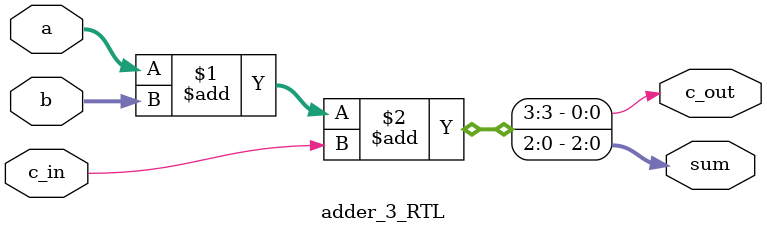
<source format=v>

module adder_3_RTL(a, b, c_in, sum, c_out);
	output [2:0] sum;
	output c_out;
	input  [2:0] a, b;
	input  c_in;

assign {c_out, sum} = a+b+c_in;
endmodule



</source>
